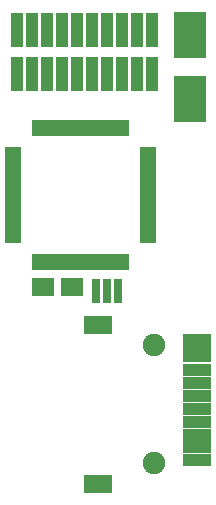
<source format=gbs>
G04 #@! TF.FileFunction,Soldermask,Bot*
%FSLAX46Y46*%
G04 Gerber Fmt 4.6, Leading zero omitted, Abs format (unit mm)*
G04 Created by KiCad (PCBNEW 4.0.4-stable) date 01/25/17 01:33:11*
%MOMM*%
%LPD*%
G01*
G04 APERTURE LIST*
%ADD10C,0.100000*%
%ADD11R,1.900000X1.650000*%
%ADD12R,1.140000X2.950000*%
%ADD13R,2.400000X1.100000*%
%ADD14R,2.400000X1.250000*%
%ADD15C,1.900000*%
%ADD16R,2.400000X1.600000*%
%ADD17R,0.700000X2.000000*%
%ADD18R,2.700000X3.900000*%
%ADD19R,0.650000X1.400000*%
%ADD20R,1.400000X0.650000*%
G04 APERTURE END LIST*
D10*
D11*
X116796500Y-64579500D03*
X119296500Y-64579500D03*
D12*
X114585000Y-42829000D03*
X114585000Y-46579000D03*
X115855000Y-42829000D03*
X115855000Y-46579000D03*
X117125000Y-42829000D03*
X117125000Y-46579000D03*
X118395000Y-42829000D03*
X118395000Y-46579000D03*
X119665000Y-42829000D03*
X119665000Y-46579000D03*
X120935000Y-42829000D03*
X120935000Y-46579000D03*
X122205000Y-42829000D03*
X122205000Y-46579000D03*
X123475000Y-42829000D03*
X123475000Y-46579000D03*
X124745000Y-42829000D03*
X124745000Y-46579000D03*
X126015000Y-42829000D03*
X126015000Y-46579000D03*
D13*
X129838000Y-79299000D03*
X129838000Y-78199000D03*
X129838000Y-77099000D03*
X129838000Y-75999000D03*
X129838000Y-74899000D03*
X129838000Y-73799000D03*
X129838000Y-72699000D03*
X129838000Y-71599000D03*
D14*
X129838000Y-70349000D03*
X129838000Y-69199000D03*
D15*
X126238000Y-79549000D03*
X126238000Y-69549000D03*
D16*
X121438000Y-81249000D03*
X121438000Y-67849000D03*
D17*
X123187500Y-64960500D03*
X122237500Y-64960500D03*
X121287500Y-64960500D03*
D18*
X129286000Y-48674000D03*
X129286000Y-43274000D03*
D19*
X123765000Y-62532500D03*
X123265000Y-62532500D03*
X122765000Y-62532500D03*
X122265000Y-62532500D03*
X121765000Y-62532500D03*
X121265000Y-62532500D03*
X120765000Y-62532500D03*
X120265000Y-62532500D03*
X119765000Y-62532500D03*
X119265000Y-62532500D03*
X118765000Y-62532500D03*
X118265000Y-62532500D03*
X117765000Y-62532500D03*
X117265000Y-62532500D03*
X116765000Y-62532500D03*
X116265000Y-62532500D03*
D20*
X114315000Y-60582500D03*
X114315000Y-60082500D03*
X114315000Y-59582500D03*
X114315000Y-59082500D03*
X114315000Y-58582500D03*
X114315000Y-58082500D03*
X114315000Y-57582500D03*
X114315000Y-57082500D03*
X114315000Y-56582500D03*
X114315000Y-56082500D03*
X114315000Y-55582500D03*
X114315000Y-55082500D03*
X114315000Y-54582500D03*
X114315000Y-54082500D03*
X114315000Y-53582500D03*
X114315000Y-53082500D03*
D19*
X116265000Y-51132500D03*
X116765000Y-51132500D03*
X117265000Y-51132500D03*
X117765000Y-51132500D03*
X118265000Y-51132500D03*
X118765000Y-51132500D03*
X119265000Y-51132500D03*
X119765000Y-51132500D03*
X120265000Y-51132500D03*
X120765000Y-51132500D03*
X121265000Y-51132500D03*
X121765000Y-51132500D03*
X122265000Y-51132500D03*
X122765000Y-51132500D03*
X123265000Y-51132500D03*
X123765000Y-51132500D03*
D20*
X125715000Y-53082500D03*
X125715000Y-53582500D03*
X125715000Y-54082500D03*
X125715000Y-54582500D03*
X125715000Y-55082500D03*
X125715000Y-55582500D03*
X125715000Y-56082500D03*
X125715000Y-56582500D03*
X125715000Y-57082500D03*
X125715000Y-57582500D03*
X125715000Y-58082500D03*
X125715000Y-58582500D03*
X125715000Y-59082500D03*
X125715000Y-59582500D03*
X125715000Y-60082500D03*
X125715000Y-60582500D03*
M02*

</source>
